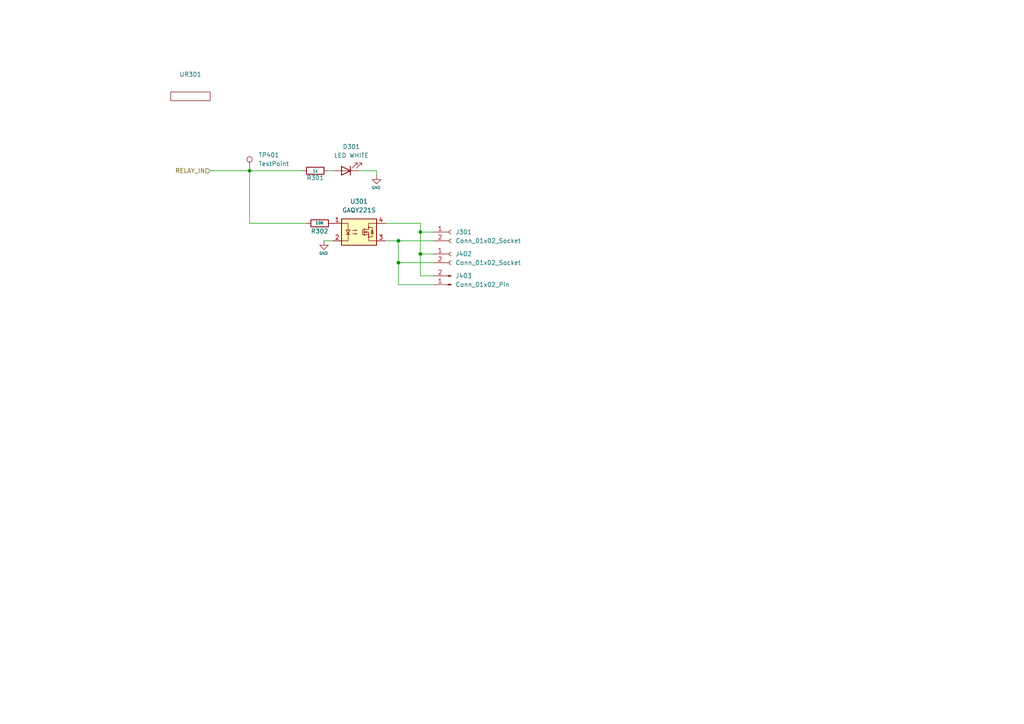
<source format=kicad_sch>
(kicad_sch (version 20231120) (generator "eeschema") (generator_version "8.0")
  (paper "A4")
  (lib_symbols
    (symbol "00_project_library:LED WHITE" (pin_numbers hide) (pin_names (offset 1.016) hide)
      (property "Reference" "D" (at 0 2.54 0))
      (property "Value" "LED WHITE" (at 0 -2.54 0))
      (symbol "LED WHITE_0_1"
        (polyline (pts (xy -1.27 -1.27) (xy -1.27 1.27)) (stroke (width 0.254)))
        (polyline (pts (xy -1.27 0) (xy 1.27 0)))
        (polyline (pts (xy 1.27 -1.27) (xy 1.27 1.27) (xy -1.27 0) (xy 1.27 -1.27)) (stroke (width 0.254)))
        (polyline (pts (xy -3.048 -0.762) (xy -4.572 -2.286) (xy -3.81 -2.286) (xy -4.572 -2.286) (xy -4.572 -1.524)))
        (polyline (pts (xy -1.778 -0.762) (xy -3.302 -2.286) (xy -2.54 -2.286) (xy -3.302 -2.286) (xy -3.302 -1.524)))
      )
      (symbol "LED WHITE_1_1"
        (pin passive line (at -3.81 0 0) (length 2.54) (name "K") (number "1"))
        (pin passive line (at 3.81 0 180) (length 2.54) (name "A") (number "2"))
      )
    )
    (symbol "00_project_library:opctoprobe_relay" (in_bom no)
      (property "Reference" "UR" (at 0 0 0))
      (symbol "opctoprobe_relay_0_1"
        (rectangle (start -1.27 1.27) (end 10.16 -1.27))
      )
    )
    (symbol "Connector:Conn_01x02_Pin" (pin_names (offset 1.016) hide)
      (property "Reference" "J" (at 0 2.54 0))
      (property "Value" "Conn_01x02_Pin" (at 0 -5.08 0))
      (symbol "Conn_01x02_Pin_1_1"
        (polyline (pts (xy 1.27 -2.54) (xy 0.8636 -2.54)) (stroke (width 0.1524)))
        (polyline (pts (xy 1.27 0) (xy 0.8636 0)) (stroke (width 0.1524)))
        (rectangle (start 0.8636 -2.413) (end 0 -2.667) (stroke (width 0.1524)) (fill (type outline)))
        (rectangle (start 0.8636 0.127) (end 0 -0.127) (stroke (width 0.1524)) (fill (type outline)))
        (pin passive line (at 5.08 0 180) (length 3.81) (name "Pin_1") (number "1"))
        (pin passive line (at 5.08 -2.54 180) (length 3.81) (name "Pin_2") (number "2"))
      )
    )
    (symbol "Connector:Conn_01x02_Socket" (pin_names (offset 1.016) hide)
      (property "Reference" "J" (at 0 2.54 0))
      (property "Value" "Conn_01x02_Socket" (at 0 -5.08 0))
      (symbol "Conn_01x02_Socket_1_1"
        (arc (start 0 -2.032) (mid -0.5058 -2.54) (end 0 -3.048) (stroke (width 0.1524)))
        (polyline (pts (xy -1.27 -2.54) (xy -0.508 -2.54)) (stroke (width 0.1524)))
        (polyline (pts (xy -1.27 0) (xy -0.508 0)) (stroke (width 0.1524)))
        (arc (start 0 0.508) (mid -0.5058 0) (end 0 -0.508) (stroke (width 0.1524)))
        (pin passive line (at -5.08 0 0) (length 3.81) (name "Pin_1") (number "1"))
        (pin passive line (at -5.08 -2.54 0) (length 3.81) (name "Pin_2") (number "2"))
      )
    )
    (symbol "Connector:TestPoint" (pin_numbers hide) (pin_names (offset 0.762) hide)
      (property "Reference" "TP" (at 0 6.858 0))
      (property "Value" "TestPoint" (at 0 5.08 0))
      (symbol "TestPoint_0_1"
        (circle (center 0 3.302) (radius 0.762))
      )
      (symbol "TestPoint_1_1"
        (pin passive line (at 0 0 90) (length 2.54) (name "1") (number "1"))
      )
    )
    (symbol "Device:R" (pin_numbers hide) (pin_names (offset 0))
      (property "Reference" "R" (at 2.032 0 90))
      (property "Value" "R" (at 0 0 90))
      (symbol "R_0_1"
        (rectangle (start -1.016 -2.54) (end 1.016 2.54) (stroke (width 0.254)))
      )
      (symbol "R_1_1"
        (pin passive line (at 0 3.81 270) (length 1.27) (name "~") (number "1"))
        (pin passive line (at 0 -3.81 90) (length 1.27) (name "~") (number "2"))
      )
    )
    (symbol "Relay_SolidState:CPC1002N"
      (property "Reference" "U" (at -5.08 5.08 0))
      (property "Value" "CPC1002N" (at 0 5.08 0))
      (symbol "CPC1002N_0_1"
        (rectangle (start -5.08 3.81) (end 5.08 -3.81) (stroke (width 0.254)) (fill (type background)))
        (polyline (pts (xy -3.81 -0.635) (xy -2.54 -0.635)))
        (polyline (pts (xy 1.016 0.762) (xy 1.016 -0.762)) (stroke (width 0.2032)))
        (polyline (pts (xy 1.524 -0.762) (xy 2.794 -0.762)))
        (polyline (pts (xy 3.429 0.381) (xy 4.191 0.381)))
        (polyline (pts (xy 1.524 -0.635) (xy 1.524 -0.889) (xy 1.524 -0.889)) (stroke (width 0.3556)))
        (polyline (pts (xy 1.524 0.127) (xy 1.524 -0.127) (xy 1.524 -0.127)) (stroke (width 0.3556)))
        (polyline (pts (xy 1.524 0.889) (xy 1.524 0.635) (xy 1.524 0.635)) (stroke (width 0.3556)))
        (polyline (pts (xy -5.08 2.54) (xy -3.175 2.54) (xy -3.175 -2.54) (xy -5.08 -2.54)))
        (polyline (pts (xy -3.175 -0.635) (xy -3.81 0.635) (xy -2.54 0.635) (xy -3.175 -0.635)))
        (polyline (pts (xy 1.524 0) (xy 2.794 0) (xy 2.794 -2.54) (xy 5.08 -2.54)))
        (polyline (pts (xy 1.524 0.762) (xy 2.794 0.762) (xy 2.794 2.54) (xy 5.08 2.54)))
        (polyline (pts (xy 1.778 0) (xy 2.286 0.127) (xy 2.286 -0.127) (xy 1.778 0)))
        (polyline (pts (xy 2.794 -1.397) (xy 3.81 -1.397) (xy 3.81 1.397) (xy 2.794 1.397)))
        (polyline (pts (xy 3.81 0.381) (xy 3.429 -0.381) (xy 4.191 -0.381) (xy 3.81 0.381)))
        (polyline (pts (xy -1.905 -0.508) (xy -0.635 -0.508) (xy -1.016 -0.635) (xy -1.016 -0.381) (xy -0.635 -0.508)))
        (polyline (pts (xy -1.905 0.508) (xy -0.635 0.508) (xy -1.016 0.381) (xy -1.016 0.635) (xy -0.635 0.508)))
        (circle (center 2.794 -1.397) (radius 0.127))
        (circle (center 2.794 -0.762) (radius 0.127))
        (circle (center 2.794 1.397) (radius 0.127))
      )
      (symbol "CPC1002N_1_1"
        (pin passive line (at -7.62 2.54 0) (length 2.54) (name "~") (number "1"))
        (pin passive line (at -7.62 -2.54 0) (length 2.54) (name "~") (number "2"))
        (pin passive line (at 7.62 -2.54 180) (length 2.54) (name "~") (number "3"))
        (pin passive line (at 7.62 2.54 180) (length 2.54) (name "~") (number "4"))
      )
    )
    (symbol "power:GND" (power) (pin_names (offset 0))
      (property "Value" "GND" (at 0 -3.81 0))
      (symbol "GND_0_1"
        (polyline (pts (xy 0 0) (xy 0 -1.27) (xy 1.27 -1.27) (xy 0 -2.54) (xy -1.27 -1.27) (xy 0 -1.27)))
      )
      (symbol "GND_1_1"
        (pin power_in line (at 0 0 270) (length 0) hide (name "GND") (number "1"))
      )
    )
  )
  (junction (at 72.39 49.53))
  (junction (at 115.57 69.85))
  (junction (at 121.92 67.31))
  (junction (at 115.57 76.2))
  (junction (at 121.92 73.66))
  (wire (pts (xy 125.73 80.01) (xy 121.92 80.01)))
  (wire (pts (xy 96.52 49.53) (xy 95.25 49.53)))
  (wire (pts (xy 125.73 69.85) (xy 115.57 69.85)))
  (wire (pts (xy 115.57 69.85) (xy 111.76 69.85)))
  (wire (pts (xy 93.98 69.85) (xy 96.52 69.85)))
  (wire (pts (xy 121.92 67.31) (xy 121.92 73.66)))
  (wire (pts (xy 104.14 49.53) (xy 109.22 49.53)))
  (wire (pts (xy 115.57 76.2) (xy 125.73 76.2)))
  (wire (pts (xy 115.57 76.2) (xy 115.57 82.55)))
  (wire (pts (xy 121.92 64.77) (xy 121.92 67.31)))
  (wire (pts (xy 109.22 49.53) (xy 109.22 50.8)))
  (wire (pts (xy 121.92 73.66) (xy 121.92 80.01)))
  (wire (pts (xy 121.92 73.66) (xy 125.73 73.66)))
  (wire (pts (xy 72.39 49.53) (xy 87.63 49.53)))
  (wire (pts (xy 60.96 49.53) (xy 72.39 49.53)))
  (wire (pts (xy 125.73 82.55) (xy 115.57 82.55)))
  (wire (pts (xy 121.92 67.31) (xy 125.73 67.31)))
  (wire (pts (xy 72.39 64.77) (xy 72.39 49.53)))
  (wire (pts (xy 115.57 69.85) (xy 115.57 76.2)))
  (wire (pts (xy 88.9 64.77) (xy 72.39 64.77)))
  (wire (pts (xy 121.92 64.77) (xy 111.76 64.77)))
  (hierarchical_label "RELAY_IN" (shape input) (at 60.96 49.53 180))
  (symbol (lib_id "Device:R") (at 92.71 64.77 90) (unit 1)
    (property "Reference" "R302" (at 92.71 67.056 90))
    (property "Value" "10K" (at 92.71 64.6684 90) (effects (font (size 0.8 0.8))))
    (property "Footprint" "Resistor_SMD:R_0402_1005Metric_Pad0.72x0.64mm_HandSolder" (effects (hide yes)))
    (instances (project "pcb_dezentral" (path "" (reference "R302") (unit 1)) (path "" (reference "R402") (unit 1)) (path "" (reference "R702") (unit 1)) (path "" (reference "R902") (unit 1)) (path "" (reference "R1002") (unit 1))))
  )
  (symbol (lib_id "Connector:Conn_01x02_Pin") (at 130.81 82.55 180) (unit 1)
    (property "Reference" "J403" (at 132.08 80.0099 0) (effects (justify right)))
    (property "Value" "Conn_01x02_Pin" (at 132.08 82.5499 0) (effects (justify right)))
    (property "Footprint" "Connector_PinHeader_2.54mm:PinHeader_1x02_P2.54mm_Vertical" (effects (hide yes)))
    (property "Description" "Generic connector, single row, 01x02, script generated" (effects (hide yes)))
    (instances (project "pcb_dezentral" (path "" (reference "J403") (unit 1)) (path "" (reference "J303") (unit 1)) (path "" (reference "J703") (unit 1)) (path "" (reference "J903") (unit 1)) (path "" (reference "J1003") (unit 1))))
  )
  (symbol (lib_id "Device:R") (at 91.44 49.53 270) (unit 1)
    (property "Reference" "R301" (at 91.44 51.562 90))
    (property "Value" "1k" (at 91.44 49.6316 90) (effects (font (size 0.8 0.8))))
    (property "Footprint" "Resistor_SMD:R_0402_1005Metric_Pad0.72x0.64mm_HandSolder" (effects (hide yes)))
    (instances (project "pcb_dezentral" (path "" (reference "R301") (unit 1)) (path "" (reference "R401") (unit 1)) (path "" (reference "R701") (unit 1)) (path "" (reference "R901") (unit 1)) (path "" (reference "R1001") (unit 1))))
  )
  (symbol (lib_id "Connector:Conn_01x02_Socket") (at 130.81 67.31 0) (unit 1)
    (property "Reference" "J301" (at 132.08 67.3099 0) (effects (justify left)))
    (property "Value" "Conn_01x02_Socket" (at 132.08 69.8499 0) (effects (justify left)))
    (property "Footprint" "Connector_PinSocket_2.54mm:PinSocket_1x02_P2.54mm_Vertical" (effects (hide yes)))
    (property "Description" "Generic connector, single row, 01x02, script generated" (effects (hide yes)))
    (instances (project "pcb_dezentral" (path "" (reference "J301") (unit 1)) (path "" (reference "J401") (unit 1)) (path "" (reference "J701") (unit 1)) (path "" (reference "J901") (unit 1)) (path "" (reference "J1001") (unit 1))))
  )
  (symbol (lib_id "00_project_library:opctoprobe_relay") (at 50.8 27.94 0) (unit 1) (in_bom no)
    (property "Reference" "UR301" (at 55.245 21.59 0))
    (property "Value" "${SHEETNAME}" (at 55.245 24.13 0))
    (property "Footprint" "00_project_library:opctoprobe_relay" (effects (hide yes)))
    (instances (project "pcb_dezentral" (path "" (reference "UR301") (unit 1)) (path "" (reference "UR401") (unit 1)) (path "" (reference "UR701") (unit 1)) (path "" (reference "UR901") (unit 1)) (path "" (reference "UR1001") (unit 1))))
  )
  (symbol (lib_id "00_project_library:LED WHITE") (at 100.33 49.53 180) (unit 1)
    (property "Reference" "D301" (at 101.9175 42.545 0))
    (property "Value" "LED WHITE" (at 101.9175 45.085 0))
    (property "Footprint" "00_project_library:LED_0603_1608Metric" (effects (hide yes)))
    (property "JLC" "C2290" (effects (hide yes)))
    (instances (project "pcb_dezentral" (path "" (reference "D301") (unit 1)) (path "" (reference "D401") (unit 1)) (path "" (reference "D701") (unit 1)) (path "" (reference "D901") (unit 1)) (path "" (reference "D1001") (unit 1))))
  )
  (symbol (lib_id "Connector:Conn_01x02_Socket") (at 130.81 73.66 0) (unit 1)
    (property "Reference" "J402" (at 132.08 73.6599 0) (effects (justify left)))
    (property "Value" "Conn_01x02_Socket" (at 132.08 76.1999 0) (effects (justify left)))
    (property "Footprint" "Connector_PinSocket_2.54mm:PinSocket_1x02_P2.54mm_Vertical" (effects (hide yes)))
    (property "Description" "Generic connector, single row, 01x02, script generated" (effects (hide yes)))
    (instances (project "pcb_dezentral" (path "" (reference "J402") (unit 1)) (path "" (reference "J302") (unit 1)) (path "" (reference "J702") (unit 1)) (path "" (reference "J902") (unit 1)) (path "" (reference "J1002") (unit 1))))
  )
  (symbol (lib_id "Connector:TestPoint") (at 72.39 49.53 0) (unit 1)
    (property "Reference" "TP401" (at 74.93 44.9579 0) (effects (justify left)))
    (property "Value" "TestPoint" (at 74.93 47.4979 0) (effects (justify left)))
    (property "Description" "test point" (effects (hide yes)))
    (instances (project "pcb_dezentral" (path "" (reference "TP401") (unit 1)) (path "" (reference "TP301") (unit 1)) (path "" (reference "TP701") (unit 1)) (path "" (reference "TP901") (unit 1)) (path "" (reference "TP1001") (unit 1))))
  )
  (symbol (lib_id "Relay_SolidState:CPC1002N") (at 104.14 67.31 0) (unit 1)
    (property "Reference" "U301" (at 104.14 58.42 0))
    (property "Value" "GAQY221S" (at 104.14 60.96 0))
    (property "Footprint" "Package_SO:SOP-4_3.8x4.1mm_P2.54mm" (effects (hide yes)))
    (property "Datasheet" "https://wmsc.lcsc.com/wmsc/upload/file/pdf/v2/lcsc/2308151358_SUPSiC-GAQY221S_C7435105.pdf" (effects (hide yes)))
    (property "Description" "Form A, Solid State Relay (Photo MOSFET) 60V, 0.7A, 0.55Ohm, SOP-4" (effects (hide yes)))
    (property "JLC" "C7435105" (effects (hide yes)))
    (instances (project "pcb_dezentral" (path "" (reference "U301") (unit 1)) (path "" (reference "U401") (unit 1)) (path "" (reference "U701") (unit 1)) (path "" (reference "U901") (unit 1)) (path "" (reference "U1001") (unit 1))))
  )
  (symbol (lib_id "power:GND") (at 109.22 50.8 0) (unit 1)
    (property "Reference" "#PWR0302" (effects (hide yes)))
    (property "Value" "GND" (at 109.093 54.4322 0) (effects (font (size 0.8 0.8))))
    (instances (project "pcb_dezentral" (path "" (reference "#PWR0302") (unit 1)) (path "" (reference "#PWR0402") (unit 1)) (path "" (reference "#PWR0702") (unit 1)) (path "" (reference "#PWR0902") (unit 1)) (path "" (reference "#PWR01002") (unit 1))))
  )
  (symbol (lib_id "power:GND") (at 93.98 69.85 0) (unit 1)
    (property "Reference" "#PWR0301" (effects (hide yes)))
    (property "Value" "GND" (at 93.853 73.4822 0) (effects (font (size 0.8 0.8))))
    (instances (project "pcb_dezentral" (path "" (reference "#PWR0301") (unit 1)) (path "" (reference "#PWR0401") (unit 1)) (path "" (reference "#PWR0701") (unit 1)) (path "" (reference "#PWR0901") (unit 1)) (path "" (reference "#PWR01001") (unit 1))))
  )
)
</source>
